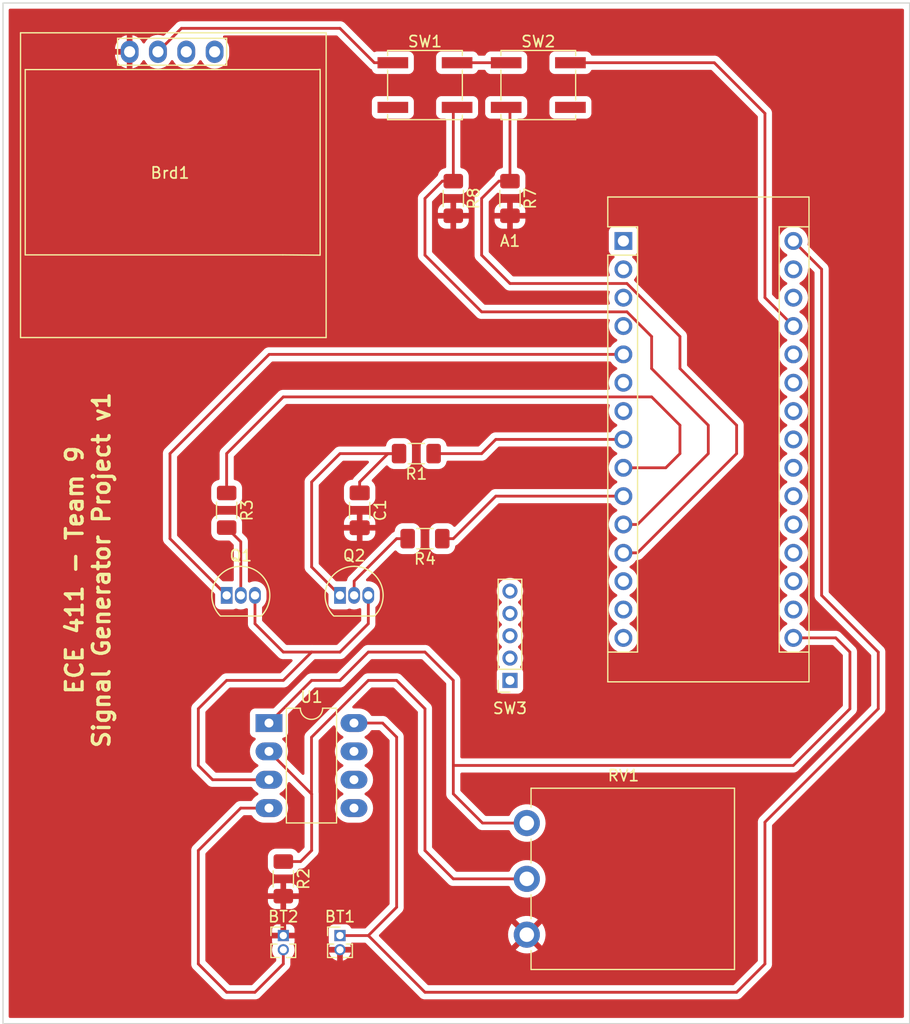
<source format=kicad_pcb>
(kicad_pcb (version 20211014) (generator pcbnew)
  (title_block (rev "1"))
  (layers (0 "F.Cu" signal) (31 "B.Cu" signal) (34 "B.Paste" user) (35 "F.Paste" user) (36 "B.SilkS" user "B.Silkscreen") (37 "F.SilkS" user "F.Silkscreen") (38 "B.Mask" user) (39 "F.Mask" user) (44 "Edge.Cuts" user))
  (net 0 "")
  (net 8 "Net-(A1-Pad5)")
  (net 10 "Net-(A1-Pad6)")
  (net 12 "Net-(A1-Pad7)")
  (net 14 "Net-(A1-Pad8)")
  (net 16 "Net-(A1-Pad9)")
  (net 18 "Net-(A1-Pad10)")
  (net 20 "Net-(A1-Pad11)")
  (net 21 "Net-(A1-Pad27)")
  (net 22 "Net-(A1-Pad12)")
  (net 24 "Net-(A1-Pad13)")
  (net 26 "Net-(A1-Pad14)")
  (net 27 "Net-(A1-Pad30)")
  (net 28 "Net-(A1-Pad15)")
  (net 29 "V_out")
  (net 30 "GND")
  (net 31 "Net-(BT2-Pad2)")
  (net 32 "Net-(C1-Pad1)")
  (net 33 "Net-(Q1-Pad2)")
  (net 34 "Net-(Q1-Pad3)")
  (net 35 "Net-(Q2-Pad2)")
  (net 36 "Net-(R2-Pad1)")
  (footprint "Capacitor_SMD:C_1206_3216Metric_Pad1.33x1.80mm_HandSolder" (layer "F.Cu") (at 133.575 96.25 -90)
    (fp_text reference "C1" (at 0 -1.85 90) (layer "F.SilkS"))
    (fp_text value "0.1uF")
    (fp_line (start -0.711252 0.91) (end 0.711252 0.91) (layer "F.SilkS") (width 0.12))
    (fp_line (start -0.711252 -0.91) (end 0.711252 -0.91) (layer "F.SilkS") (width 0.12))
    (pad "1" smd roundrect locked (at -1.5625 0 270) (size 1.325 1.8) (layers "F.Cu" "F.Paste" "F.Mask") (roundrect_rratio 0.188679) (net 32 "Net-(C1-Pad1)"))
    (pad "2" smd roundrect locked (at 1.5625 0 270) (size 1.325 1.8) (layers "F.Cu" "F.Paste" "F.Mask") (roundrect_rratio 0.188679) (net 30 "GND"))
  )
  (footprint "Module:Arduino_Nano" (layer "F.Cu") (at 157.22 72.12)
    (fp_text reference "A1" (at -10.16 0) (layer "F.SilkS"))
    (fp_text value "Arduino_Nano_v3.x")
    (fp_line (start 16.64 39.5) (end 16.64 -3.94) (layer "F.SilkS") (width 0.12))
    (fp_line (start 1.27 1.27) (end -1.4 1.27) (layer "F.SilkS") (width 0.12))
    (fp_line (start 13.97 -1.27) (end 16.64 -1.27) (layer "F.SilkS") (width 0.12))
    (fp_line (start -1.4 39.5) (end 16.64 39.5) (layer "F.SilkS") (width 0.12))
    (fp_line (start -1.4 1.27) (end -1.4 39.5) (layer "F.SilkS") (width 0.12))
    (fp_line (start 13.97 -1.27) (end 13.97 36.83) (layer "F.SilkS") (width 0.12))
    (fp_line (start 1.27 -1.27) (end -1.4 -1.27) (layer "F.SilkS") (width 0.12))
    (fp_line (start 1.27 1.27) (end 1.27 36.83) (layer "F.SilkS") (width 0.12))
    (fp_line (start 13.97 36.83) (end 16.64 36.83) (layer "F.SilkS") (width 0.12))
    (fp_line (start -1.4 -3.94) (end -1.4 -1.27) (layer "F.SilkS") (width 0.12))
    (fp_line (start 1.27 1.27) (end 1.27 -1.27) (layer "F.SilkS") (width 0.12))
    (fp_line (start 1.27 36.83) (end -1.4 36.83) (layer "F.SilkS") (width 0.12))
    (fp_line (start 16.64 -3.94) (end -1.4 -3.94) (layer "F.SilkS") (width 0.12))
    (pad "1" thru_hole rect locked (at 0 0) (size 1.6 1.6) (drill 1) (layers *.Cu *.Mask))
    (pad "2" thru_hole oval locked (at 0 2.54) (size 1.6 1.6) (drill 1) (layers *.Cu *.Mask))
    (pad "3" thru_hole oval locked (at 0 5.08) (size 1.6 1.6) (drill 1) (layers *.Cu *.Mask))
    (pad "4" thru_hole oval locked (at 0 7.62) (size 1.6 1.6) (drill 1) (layers *.Cu *.Mask))
    (pad "5" thru_hole oval locked (at 0 10.16) (size 1.6 1.6) (drill 1) (layers *.Cu *.Mask) (net 8 "Net-(A1-Pad5)"))
    (pad "6" thru_hole oval locked (at 0 12.7) (size 1.6 1.6) (drill 1) (layers *.Cu *.Mask) (net 10 "Net-(A1-Pad6)"))
    (pad "7" thru_hole oval locked (at 0 15.24) (size 1.6 1.6) (drill 1) (layers *.Cu *.Mask) (net 12 "Net-(A1-Pad7)"))
    (pad "8" thru_hole oval locked (at 0 17.78) (size 1.6 1.6) (drill 1) (layers *.Cu *.Mask) (net 14 "Net-(A1-Pad8)"))
    (pad "9" thru_hole oval locked (at 0 20.32) (size 1.6 1.6) (drill 1) (layers *.Cu *.Mask) (net 16 "Net-(A1-Pad9)"))
    (pad "10" thru_hole oval locked (at 0 22.86) (size 1.6 1.6) (drill 1) (layers *.Cu *.Mask) (net 18 "Net-(A1-Pad10)"))
    (pad "11" thru_hole oval locked (at 0 25.4) (size 1.6 1.6) (drill 1) (layers *.Cu *.Mask) (net 20 "Net-(A1-Pad11)"))
    (pad "12" thru_hole oval locked (at 0 27.94) (size 1.6 1.6) (drill 1) (layers *.Cu *.Mask) (net 22 "Net-(A1-Pad12)"))
    (pad "13" thru_hole oval locked (at 0 30.48) (size 1.6 1.6) (drill 1) (layers *.Cu *.Mask) (net 24 "Net-(A1-Pad13)"))
    (pad "14" thru_hole oval locked (at 0 33.02) (size 1.6 1.6) (drill 1) (layers *.Cu *.Mask) (net 26 "Net-(A1-Pad14)"))
    (pad "15" thru_hole oval locked (at 0 35.56) (size 1.6 1.6) (drill 1) (layers *.Cu *.Mask) (net 28 "Net-(A1-Pad15)"))
    (pad "16" thru_hole oval locked (at 15.24 35.56) (size 1.6 1.6) (drill 1) (layers *.Cu *.Mask) (net 29 "V_out"))
    (pad "17" thru_hole oval locked (at 15.24 33.02) (size 1.6 1.6) (drill 1) (layers *.Cu *.Mask))
    (pad "18" thru_hole oval locked (at 15.24 30.48) (size 1.6 1.6) (drill 1) (layers *.Cu *.Mask))
    (pad "19" thru_hole oval locked (at 15.24 27.94) (size 1.6 1.6) (drill 1) (layers *.Cu *.Mask))
    (pad "20" thru_hole oval locked (at 15.24 25.4) (size 1.6 1.6) (drill 1) (layers *.Cu *.Mask))
    (pad "21" thru_hole oval locked (at 15.24 22.86) (size 1.6 1.6) (drill 1) (layers *.Cu *.Mask))
    (pad "22" thru_hole oval locked (at 15.24 20.32) (size 1.6 1.6) (drill 1) (layers *.Cu *.Mask))
    (pad "23" thru_hole oval locked (at 15.24 17.78) (size 1.6 1.6) (drill 1) (layers *.Cu *.Mask))
    (pad "24" thru_hole oval locked (at 15.24 15.24) (size 1.6 1.6) (drill 1) (layers *.Cu *.Mask))
    (pad "25" thru_hole oval locked (at 15.24 12.7) (size 1.6 1.6) (drill 1) (layers *.Cu *.Mask))
    (pad "26" thru_hole oval locked (at 15.24 10.16) (size 1.6 1.6) (drill 1) (layers *.Cu *.Mask))
    (pad "27" thru_hole oval locked (at 15.24 7.62) (size 1.6 1.6) (drill 1) (layers *.Cu *.Mask) (net 21 "Net-(A1-Pad27)"))
    (pad "28" thru_hole oval locked (at 15.24 5.08) (size 1.6 1.6) (drill 1) (layers *.Cu *.Mask))
    (pad "29" thru_hole oval locked (at 15.24 2.54) (size 1.6 1.6) (drill 1) (layers *.Cu *.Mask))
    (pad "30" thru_hole oval locked (at 15.24 0) (size 1.6 1.6) (drill 1) (layers *.Cu *.Mask) (net 27 "Net-(A1-Pad30)"))
  )
  (footprint "Resistor_SMD:R_1206_3216Metric_Pad1.30x1.75mm_HandSolder" (layer "F.Cu") (at 138.655 91.17 180)
    (fp_text reference "R1" (at 0 -1.82) (layer "F.SilkS"))
    (fp_text value "5.6k")
    (fp_line (start -0.727064 -0.91) (end 0.727064 -0.91) (layer "F.SilkS") (width 0.12))
    (fp_line (start -0.727064 0.91) (end 0.727064 0.91) (layer "F.SilkS") (width 0.12))
    (pad "1" smd roundrect locked (at -1.55 0 180) (size 1.3 1.75) (layers "F.Cu" "F.Paste" "F.Mask") (roundrect_rratio 0.192308) (net 14 "Net-(A1-Pad8)"))
    (pad "2" smd roundrect locked (at 1.55 0 180) (size 1.3 1.75) (layers "F.Cu" "F.Paste" "F.Mask") (roundrect_rratio 0.192308) (net 32 "Net-(C1-Pad1)"))
  )
  (footprint "Connector_PinHeader_1.27mm:PinHeader_1x02_P1.27mm_Vertical" (layer "F.Cu") (at 131.81 134.35)
    (fp_text reference "BT1" (at 0 -1.695) (layer "F.SilkS"))
    (fp_text value "9V")
    (fp_line (start -1.11 0.76) (end -0.563471 0.76) (layer "F.SilkS") (width 0.12))
    (fp_line (start -1.11 1.965) (end -0.30753 1.965) (layer "F.SilkS") (width 0.12))
    (fp_line (start 0.30753 1.965) (end 1.11 1.965) (layer "F.SilkS") (width 0.12))
    (fp_line (start -1.11 0.76) (end -1.11 1.965) (layer "F.SilkS") (width 0.12))
    (fp_line (start -1.11 0) (end -1.11 -0.76) (layer "F.SilkS") (width 0.12))
    (fp_line (start -1.11 -0.76) (end 0 -0.76) (layer "F.SilkS") (width 0.12))
    (fp_line (start 0.563471 0.76) (end 1.11 0.76) (layer "F.SilkS") (width 0.12))
    (fp_line (start 1.11 0.76) (end 1.11 1.965) (layer "F.SilkS") (width 0.12))
    (pad "1" thru_hole rect locked (at 0 0) (size 1 1) (drill 0.65) (layers *.Cu *.Mask) (net 27 "Net-(A1-Pad30)"))
    (pad "2" thru_hole oval locked (at 0 1.27) (size 1 1) (drill 0.65) (layers *.Cu *.Mask) (net 30 "GND"))
  )
  (footprint "Button_Switch_SMD:SW_SPST_EVQP0" (layer "F.Cu") (at 139.43 58.15)
    (fp_text reference "SW1" (at 0 -3.9) (layer "F.SilkS"))
    (fp_text value "SW_Push")
    (fp_line (start -3.35 -3.1) (end 3.35 -3.1) (layer "F.SilkS") (width 0.12))
    (fp_line (start 3.35 -1.35) (end 3.35 1.35) (layer "F.SilkS") (width 0.12))
    (fp_line (start -3.35 -2.65) (end -3.35 -3.1) (layer "F.SilkS") (width 0.12))
    (fp_line (start -3.35 3.1) (end 3.35 3.1) (layer "F.SilkS") (width 0.12))
    (fp_line (start -3.35 2.65) (end -3.35 3.1) (layer "F.SilkS") (width 0.12))
    (fp_line (start 3.35 3.1) (end 3.35 2.7) (layer "F.SilkS") (width 0.12))
    (fp_line (start -3.35 1.35) (end -3.35 -1.35) (layer "F.SilkS") (width 0.12))
    (fp_line (start 3.35 -3.1) (end 3.35 -2.65) (layer "F.SilkS") (width 0.12))
    (pad "1" smd rect locked (at -2.88 -2) (size 2.75 1) (layers "F.Cu" "F.Paste" "F.Mask") (net 21 "Net-(A1-Pad27)"))
    (pad "1" smd rect locked (at 2.88 -2) (size 2.75 1) (layers "F.Cu" "F.Paste" "F.Mask") (net 21 "Net-(A1-Pad27)"))
    (pad "2" smd rect locked (at 2.88 2) (size 2.75 1) (layers "F.Cu" "F.Paste" "F.Mask") (net 20 "Net-(A1-Pad11)"))
    (pad "2" smd rect locked (at -2.88 2) (size 2.75 1) (layers "F.Cu" "F.Paste" "F.Mask") (net 20 "Net-(A1-Pad11)"))
  )
  (footprint "Package_TO_SOT_THT:TO-92_Inline" (layer "F.Cu") (at 121.65 103.87)
    (fp_text reference "Q1" (at 1.27 -3.56) (layer "F.SilkS"))
    (fp_text value "BS170")
    (fp_line (start -0.53 1.85) (end 3.07 1.85) (layer "F.SilkS") (width 0.12))
    (fp_arc (start -0.568478 1.838478) (mid -1.132087 -0.994977) (end 1.27 -2.6) (layer "F.SilkS") (width 0.12))
    (fp_arc (start 1.27 -2.6) (mid 3.672087 -0.994977) (end 3.108478 1.838478) (layer "F.SilkS") (width 0.12))
    (pad "1" thru_hole rect locked (at 0 0) (size 1.05 1.5) (drill 0.75) (layers *.Cu *.Mask) (net 8 "Net-(A1-Pad5)"))
    (pad "2" thru_hole oval locked (at 1.27 0) (size 1.05 1.5) (drill 0.75) (layers *.Cu *.Mask) (net 33 "Net-(Q1-Pad2)"))
    (pad "3" thru_hole oval locked (at 2.54 0) (size 1.05 1.5) (drill 0.75) (layers *.Cu *.Mask) (net 34 "Net-(Q1-Pad3)"))
  )
  (footprint "Connector_PinHeader_1.27mm:PinHeader_1x02_P1.27mm_Vertical" (layer "F.Cu") (at 126.73 134.35)
    (fp_text reference "BT2" (at 0 -1.695) (layer "F.SilkS"))
    (fp_text value "9V")
    (fp_line (start -1.11 -0.76) (end 0 -0.76) (layer "F.SilkS") (width 0.12))
    (fp_line (start 0.30753 1.965) (end 1.11 1.965) (layer "F.SilkS") (width 0.12))
    (fp_line (start -1.11 0) (end -1.11 -0.76) (layer "F.SilkS") (width 0.12))
    (fp_line (start 0.563471 0.76) (end 1.11 0.76) (layer "F.SilkS") (width 0.12))
    (fp_line (start -1.11 1.965) (end -0.30753 1.965) (layer "F.SilkS") (width 0.12))
    (fp_line (start -1.11 0.76) (end -1.11 1.965) (layer "F.SilkS") (width 0.12))
    (fp_line (start 1.11 0.76) (end 1.11 1.965) (layer "F.SilkS") (width 0.12))
    (fp_line (start -1.11 0.76) (end -0.563471 0.76) (layer "F.SilkS") (width 0.12))
    (pad "1" thru_hole rect locked (at 0 0) (size 1 1) (drill 0.65) (layers *.Cu *.Mask) (net 30 "GND"))
    (pad "2" thru_hole oval locked (at 0 1.27) (size 1 1) (drill 0.65) (layers *.Cu *.Mask) (net 31 "Net-(BT2-Pad2)"))
  )
  (footprint "Button_Switch_SMD:SW_SPST_EVQP0" (layer "F.Cu") (at 149.59 58.15)
    (fp_text reference "SW2" (at 0 -3.9) (layer "F.SilkS"))
    (fp_text value "SW_Push")
    (fp_line (start 3.35 -1.35) (end 3.35 1.35) (layer "F.SilkS") (width 0.12))
    (fp_line (start -3.35 2.65) (end -3.35 3.1) (layer "F.SilkS") (width 0.12))
    (fp_line (start -3.35 -3.1) (end 3.35 -3.1) (layer "F.SilkS") (width 0.12))
    (fp_line (start 3.35 3.1) (end 3.35 2.7) (layer "F.SilkS") (width 0.12))
    (fp_line (start 3.35 -3.1) (end 3.35 -2.65) (layer "F.SilkS") (width 0.12))
    (fp_line (start -3.35 1.35) (end -3.35 -1.35) (layer "F.SilkS") (width 0.12))
    (fp_line (start -3.35 -2.65) (end -3.35 -3.1) (layer "F.SilkS") (width 0.12))
    (fp_line (start -3.35 3.1) (end 3.35 3.1) (layer "F.SilkS") (width 0.12))
    (pad "1" smd rect locked (at 2.88 -2) (size 2.75 1) (layers "F.Cu" "F.Paste" "F.Mask") (net 21 "Net-(A1-Pad27)"))
    (pad "1" smd rect locked (at -2.88 -2) (size 2.75 1) (layers "F.Cu" "F.Paste" "F.Mask") (net 21 "Net-(A1-Pad27)"))
    (pad "2" smd rect locked (at -2.88 2) (size 2.75 1) (layers "F.Cu" "F.Paste" "F.Mask") (net 22 "Net-(A1-Pad12)"))
    (pad "2" smd rect locked (at 2.88 2) (size 2.75 1) (layers "F.Cu" "F.Paste" "F.Mask") (net 22 "Net-(A1-Pad12)"))
  )
  (footprint "SSD1306:128x64OLED" (layer "F.Cu") (at 116.57 65.77)
    (fp_text reference "Brd1" (at 0 0.254) (layer "F.SilkS"))
    (fp_text value "SSD1306")
    (fp_line (start -12.978 7.595) (end -12.978 -9.005) (layer "F.SilkS") (width 0.12))
    (fp_line (start -4.699 -11.811) (end 5.08 -11.811) (layer "F.SilkS") (width 0.12))
    (fp_line (start -13.4 -12.3) (end 14 -12.3) (layer "F.SilkS") (width 0.12))
    (fp_line (start -13.4 15) (end -13.4 -12.3) (layer "F.SilkS") (width 0.12))
    (fp_line (start 10.122 7.595) (end 13.462 7.62) (layer "F.SilkS") (width 0.12))
    (fp_line (start 10.122 -9.005) (end 13.208 -9.005) (layer "F.SilkS") (width 0.12))
    (fp_line (start 13.462 7.62) (end 13.462 -9.017) (layer "F.SilkS") (width 0.12))
    (fp_line (start 10.122 7.595) (end -12.978 7.595) (layer "F.SilkS") (width 0.12))
    (fp_line (start 5.08 -9.398) (end -4.699 -9.398) (layer "F.SilkS") (width 0.12))
    (fp_line (start 13.462 -9.017) (end 13.208 -9.005) (layer "F.SilkS") (width 0.12))
    (fp_line (start 5.08 -11.811) (end 5.08 -9.398) (layer "F.SilkS") (width 0.12))
    (fp_line (start 14 15) (end -13.4 15) (layer "F.SilkS") (width 0.12))
    (fp_line (start 14 -12.3) (end 14 15) (layer "F.SilkS") (width 0.12))
    (fp_line (start -4.699 -11.811) (end -4.699 -9.398) (layer "F.SilkS") (width 0.12))
    (fp_line (start -12.978 -9.005) (end 10.122 -9.005) (layer "F.SilkS") (width 0.12))
    (pad "1" thru_hole oval locked (at -3.62 -10.6 90) (size 2 1.6) (drill 1) (layers *.Cu *.Mask) (net 30 "GND"))
    (pad "2" thru_hole oval locked (at -1.08 -10.6 90) (size 2 1.6) (drill 1) (layers *.Cu *.Mask) (net 21 "Net-(A1-Pad27)"))
    (pad "3" thru_hole oval locked (at 1.46 -10.6 90) (size 2 1.6) (drill 1) (layers *.Cu *.Mask) (net 10 "Net-(A1-Pad6)"))
    (pad "4" thru_hole oval locked (at 4 -10.6 90) (size 2 1.6) (drill 1) (layers *.Cu *.Mask) (net 12 "Net-(A1-Pad7)"))
  )
  (footprint "Package_DIP:DIP-8_W7.62mm_LongPads" (layer "F.Cu") (at 125.445 115.31)
    (fp_text reference "U1" (at 3.81 -2.33) (layer "F.SilkS"))
    (fp_text value "LM358")
    (fp_line (start 2.81 -1.33) (end 1.56 -1.33) (layer "F.SilkS") (width 0.12))
    (fp_line (start 1.56 8.95) (end 6.06 8.95) (layer "F.SilkS") (width 0.12))
    (fp_line (start 6.06 8.95) (end 6.06 -1.33) (layer "F.SilkS") (width 0.12))
    (fp_line (start 6.06 -1.33) (end 4.81 -1.33) (layer "F.SilkS") (width 0.12))
    (fp_line (start 1.56 -1.33) (end 1.56 8.95) (layer "F.SilkS") (width 0.12))
    (fp_arc (start 4.81 -1.33) (mid 3.81 -0.33) (end 2.81 -1.33) (layer "F.SilkS") (width 0.12))
    (pad "1" thru_hole rect locked (at 0 0) (size 2.4 1.6) (drill 0.8) (layers *.Cu *.Mask) (net 29 "V_out"))
    (pad "2" thru_hole oval locked (at 0 2.54) (size 2.4 1.6) (drill 0.8) (layers *.Cu *.Mask) (net 36 "Net-(R2-Pad1)"))
    (pad "3" thru_hole oval locked (at 0 5.08) (size 2.4 1.6) (drill 0.8) (layers *.Cu *.Mask) (net 34 "Net-(Q1-Pad3)"))
    (pad "4" thru_hole oval locked (at 0 7.62) (size 2.4 1.6) (drill 0.8) (layers *.Cu *.Mask) (net 31 "Net-(BT2-Pad2)"))
    (pad "5" thru_hole oval locked (at 7.62 7.62) (size 2.4 1.6) (drill 0.8) (layers *.Cu *.Mask))
    (pad "6" thru_hole oval locked (at 7.62 5.08) (size 2.4 1.6) (drill 0.8) (layers *.Cu *.Mask))
    (pad "7" thru_hole oval locked (at 7.62 2.54) (size 2.4 1.6) (drill 0.8) (layers *.Cu *.Mask))
    (pad "8" thru_hole oval locked (at 7.62 0) (size 2.4 1.6) (drill 0.8) (layers *.Cu *.Mask) (net 27 "Net-(A1-Pad30)"))
  )
  (footprint "Potentiometer_THT:Potentiometer_Piher_PC-16_Single_Vertical" (layer "F.Cu") (at 148.56 134.27)
    (fp_text reference "RV1" (at 8.665 -14.25) (layer "F.SilkS"))
    (fp_text value "100k")
    (fp_line (start 0.38 -8.574) (end 0.38 -6.425) (layer "F.SilkS") (width 0.12))
    (fp_line (start 0.38 -13.12) (end 18.62 -13.12) (layer "F.SilkS") (width 0.12))
    (fp_line (start 0.38 -13.12) (end 0.38 -11.426) (layer "F.SilkS") (width 0.12))
    (fp_line (start 0.38 1.425) (end 0.38 3.12) (layer "F.SilkS") (width 0.12))
    (fp_line (start 18.62 -13.12) (end 18.62 3.12) (layer "F.SilkS") (width 0.12))
    (fp_line (start 0.38 -3.575) (end 0.38 -1.425) (layer "F.SilkS") (width 0.12))
    (fp_line (start 0.38 3.12) (end 18.62 3.12) (layer "F.SilkS") (width 0.12))
    (pad "1" thru_hole circle locked (at 0 0) (size 2.34 2.34) (drill 1.3) (layers *.Cu *.Mask) (net 30 "GND"))
    (pad "2" thru_hole circle locked (at 0 -5) (size 2.34 2.34) (drill 1.3) (layers *.Cu *.Mask) (net 36 "Net-(R2-Pad1)"))
    (pad "3" thru_hole circle locked (at 0 -10) (size 2.34 2.34) (drill 1.3) (layers *.Cu *.Mask) (net 29 "V_out"))
  )
  (footprint "Connector_PinSocket_2.00mm:PinSocket_1x05_P2.00mm_Vertical" (layer "F.Cu") (at 147.05 111.49 180)
    (fp_text reference "SW3" (at 0 -2.5) (layer "F.SilkS"))
    (fp_text value "KY-040")
    (fp_line (start -1.06 1) (end 1.06 1) (layer "F.SilkS") (width 0.12))
    (fp_line (start 1.06 1) (end 1.06 9.06) (layer "F.SilkS") (width 0.12))
    (fp_line (start -1.06 1) (end -1.06 9.06) (layer "F.SilkS") (width 0.12))
    (fp_line (start 1.06 -1.06) (end 1.06 0) (layer "F.SilkS") (width 0.12))
    (fp_line (start 0 -1.06) (end 1.06 -1.06) (layer "F.SilkS") (width 0.12))
    (fp_line (start -1.06 9.06) (end 1.06 9.06) (layer "F.SilkS") (width 0.12))
    (pad "1" thru_hole rect locked (at 0 0 180) (size 1.35 1.35) (drill 0.8) (layers *.Cu *.Mask))
    (pad "2" thru_hole oval locked (at 0 2 180) (size 1.35 1.35) (drill 0.8) (layers *.Cu *.Mask))
    (pad "3" thru_hole oval locked (at 0 4 180) (size 1.35 1.35) (drill 0.8) (layers *.Cu *.Mask))
    (pad "4" thru_hole oval locked (at 0 6 180) (size 1.35 1.35) (drill 0.8) (layers *.Cu *.Mask))
    (pad "5" thru_hole oval locked (at 0 8 180) (size 1.35 1.35) (drill 0.8) (layers *.Cu *.Mask))
  )
  (footprint "Package_TO_SOT_THT:TO-92_Inline" (layer "F.Cu") (at 131.81 103.87)
    (fp_text reference "Q2" (at 1.27 -3.56) (layer "F.SilkS"))
    (fp_text value "BS170")
    (fp_line (start -0.53 1.85) (end 3.07 1.85) (layer "F.SilkS") (width 0.12))
    (fp_arc (start -0.568478 1.838478) (mid -1.132087 -0.994977) (end 1.27 -2.6) (layer "F.SilkS") (width 0.12))
    (fp_arc (start 1.27 -2.6) (mid 3.672087 -0.994977) (end 3.108478 1.838478) (layer "F.SilkS") (width 0.12))
    (pad "1" thru_hole rect locked (at 0 0) (size 1.05 1.5) (drill 0.75) (layers *.Cu *.Mask) (net 32 "Net-(C1-Pad1)"))
    (pad "2" thru_hole oval locked (at 1.27 0) (size 1.05 1.5) (drill 0.75) (layers *.Cu *.Mask) (net 35 "Net-(Q2-Pad2)"))
    (pad "3" thru_hole oval locked (at 2.54 0) (size 1.05 1.5) (drill 0.75) (layers *.Cu *.Mask) (net 34 "Net-(Q1-Pad3)"))
  )
  (footprint "Resistor_SMD:R_1206_3216Metric_Pad1.30x1.75mm_HandSolder" (layer "F.Cu") (at 121.65 96.25 -90)
    (fp_text reference "R3" (at 0 -1.82 90) (layer "F.SilkS"))
    (fp_text value "100")
    (fp_line (start -0.727064 -0.91) (end 0.727064 -0.91) (layer "F.SilkS") (width 0.12))
    (fp_line (start -0.727064 0.91) (end 0.727064 0.91) (layer "F.SilkS") (width 0.12))
    (pad "1" smd roundrect locked (at -1.55 0 270) (size 1.3 1.75) (layers "F.Cu" "F.Paste" "F.Mask") (roundrect_rratio 0.192308) (net 16 "Net-(A1-Pad9)"))
    (pad "2" smd roundrect locked (at 1.55 0 270) (size 1.3 1.75) (layers "F.Cu" "F.Paste" "F.Mask") (roundrect_rratio 0.192308) (net 33 "Net-(Q1-Pad2)"))
  )
  (footprint "Resistor_SMD:R_1206_3216Metric_Pad1.30x1.75mm_HandSolder" (layer "F.Cu") (at 126.73 129.27 -90)
    (fp_text reference "R2" (at 0 -1.82 90) (layer "F.SilkS"))
    (fp_text value "10k")
    (fp_line (start -0.727064 0.91) (end 0.727064 0.91) (layer "F.SilkS") (width 0.12))
    (fp_line (start -0.727064 -0.91) (end 0.727064 -0.91) (layer "F.SilkS") (width 0.12))
    (pad "1" smd roundrect locked (at -1.55 0 270) (size 1.3 1.75) (layers "F.Cu" "F.Paste" "F.Mask") (roundrect_rratio 0.192308) (net 36 "Net-(R2-Pad1)"))
    (pad "2" smd roundrect locked (at 1.55 0 270) (size 1.3 1.75) (layers "F.Cu" "F.Paste" "F.Mask") (roundrect_rratio 0.192308) (net 30 "GND"))
  )
  (footprint "Resistor_SMD:R_1206_3216Metric_Pad1.30x1.75mm_HandSolder" (layer "F.Cu") (at 141.97 68.31 -90)
    (fp_text reference "R8" (at 0 -1.82 90) (layer "F.SilkS"))
    (fp_text value "10k")
    (fp_line (start -0.727064 -0.91) (end 0.727064 -0.91) (layer "F.SilkS") (width 0.12))
    (fp_line (start -0.727064 0.91) (end 0.727064 0.91) (layer "F.SilkS") (width 0.12))
    (pad "1" smd roundrect locked (at -1.55 0 270) (size 1.3 1.75) (layers "F.Cu" "F.Paste" "F.Mask") (roundrect_rratio 0.192308) (net 20 "Net-(A1-Pad11)"))
    (pad "2" smd roundrect locked (at 1.55 0 270) (size 1.3 1.75) (layers "F.Cu" "F.Paste" "F.Mask") (roundrect_rratio 0.192308) (net 30 "GND"))
  )
  (footprint "Resistor_SMD:R_1206_3216Metric_Pad1.30x1.75mm_HandSolder" (layer "F.Cu") (at 139.43 98.79 180)
    (fp_text reference "R4" (at 0 -1.82) (layer "F.SilkS"))
    (fp_text value "100")
    (fp_line (start -0.727064 0.91) (end 0.727064 0.91) (layer "F.SilkS") (width 0.12))
    (fp_line (start -0.727064 -0.91) (end 0.727064 -0.91) (layer "F.SilkS") (width 0.12))
    (pad "1" smd roundrect locked (at -1.55 0 180) (size 1.3 1.75) (layers "F.Cu" "F.Paste" "F.Mask") (roundrect_rratio 0.192308) (net 18 "Net-(A1-Pad10)"))
    (pad "2" smd roundrect locked (at 1.55 0 180) (size 1.3 1.75) (layers "F.Cu" "F.Paste" "F.Mask") (roundrect_rratio 0.192308) (net 35 "Net-(Q2-Pad2)"))
  )
  (footprint "Resistor_SMD:R_1206_3216Metric_Pad1.30x1.75mm_HandSolder" (layer "F.Cu") (at 147.05 68.31 -90)
    (fp_text reference "R7" (at 0 -1.82 90) (layer "F.SilkS"))
    (fp_text value "10k")
    (fp_line (start -0.727064 0.91) (end 0.727064 0.91) (layer "F.SilkS") (width 0.12))
    (fp_line (start -0.727064 -0.91) (end 0.727064 -0.91) (layer "F.SilkS") (width 0.12))
    (pad "1" smd roundrect locked (at -1.55 0 270) (size 1.3 1.75) (layers "F.Cu" "F.Paste" "F.Mask") (roundrect_rratio 0.192308) (net 22 "Net-(A1-Pad12)"))
    (pad "2" smd roundrect locked (at 1.55 0 270) (size 1.3 1.75) (layers "F.Cu" "F.Paste" "F.Mask") (roundrect_rratio 0.192308) (net 30 "GND"))
  )
  (gr_line (start 182.88 50.8) (end 182.88 142.24) (layer "Edge.Cuts") (width 0.1))
  (gr_line (start 101.6 142.24) (end 101.6 50.8) (layer "Edge.Cuts") (width 0.1))
  (gr_line (start 182.88 142.24) (end 101.6 142.24) (layer "Edge.Cuts") (width 0.1))
  (gr_line (start 101.6 50.8) (end 182.88 50.8) (layer "Edge.Cuts") (width 0.1))
  (gr_text "ECE 411 - Team 9\nSignal Generator Project v1" (at 109.22 101.6 90) (layer "F.SilkS") (effects (font (size 1.5 1.5) (thickness 0.3))))
  (segment (start 125.46 82.28) (end 157.22 82.28) (width 0.25) (layer "F.Cu") (net 8))
  (segment (start 116.57 91.17) (end 125.46 82.28) (width 0.25) (layer "F.Cu") (net 8))
  (segment (start 116.57 98.79) (end 116.57 91.17) (width 0.25) (layer "F.Cu") (net 8))
  (segment (start 121.65 103.87) (end 116.57 98.79) (width 0.25) (layer "F.Cu") (net 8))
  (segment (start 157.22 89.9) (end 145.78 89.9) (width 0.25) (layer "F.Cu") (net 14))
  (segment (start 144.51 91.17) (end 140.205 91.17) (width 0.25) (layer "F.Cu") (net 14))
  (segment (start 145.78 89.9) (end 144.51 91.17) (width 0.25) (layer "F.Cu") (net 14))
  (segment (start 121.65 91.17) (end 121.65 94.7) (width 0.25) (layer "F.Cu") (net 16))
  (segment (start 159.75 86.09) (end 126.73 86.09) (width 0.25) (layer "F.Cu") (net 16))
  (segment (start 162.29 91.17) (end 162.29 88.63) (width 0.25) (layer "F.Cu") (net 16))
  (segment (start 126.73 86.09) (end 121.65 91.17) (width 0.25) (layer "F.Cu") (net 16))
  (segment (start 157.22 92.44) (end 161.02 92.44) (width 0.25) (layer "F.Cu") (net 16))
  (segment (start 162.29 88.63) (end 159.75 86.09) (width 0.25) (layer "F.Cu") (net 16))
  (segment (start 161.02 92.44) (end 162.29 91.17) (width 0.25) (layer "F.Cu") (net 16))
  (segment (start 145.78 94.98) (end 157.22 94.98) (width 0.25) (layer "F.Cu") (net 18))
  (segment (start 140.98 98.79) (end 141.97 98.79) (width 0.25) (layer "F.Cu") (net 18))
  (segment (start 141.97 98.79) (end 145.78 94.98) (width 0.25) (layer "F.Cu") (net 18))
  (segment (start 139.43 68.31) (end 140.98 66.76) (width 0.25) (layer "F.Cu") (net 20))
  (segment (start 139.43 73.39) (end 139.43 68.31) (width 0.25) (layer "F.Cu") (net 20))
  (segment (start 140.98 66.76) (end 141.97 66.76) (width 0.25) (layer "F.Cu") (net 20))
  (segment (start 144.51 78.47) (end 139.43 73.39) (width 0.25) (layer "F.Cu") (net 20))
  (segment (start 164.83 88.63) (end 159.75 83.55) (width 0.25) (layer "F.Cu") (net 20))
  (segment (start 141.97 66.76) (end 141.97 60.49) (width 0.25) (layer "F.Cu") (net 20))
  (segment (start 157.5403 78.47) (end 144.51 78.47) (width 0.25) (layer "F.Cu") (net 20))
  (segment (start 164.83 91.17) (end 164.83 88.63) (width 0.25) (layer "F.Cu") (net 20))
  (segment (start 159.75 83.55) (end 159.75 80.6797) (width 0.25) (layer "F.Cu") (net 20))
  (segment (start 141.97 60.49) (end 142.31 60.15) (width 0.25) (layer "F.Cu") (net 20))
  (segment (start 157.22 97.52) (end 158.48 97.52) (width 0.25) (layer "F.Cu") (net 20))
  (segment (start 158.48 97.52) (end 164.83 91.17) (width 0.25) (layer "F.Cu") (net 20))
  (segment (start 159.75 80.6797) (end 157.5403 78.47) (width 0.25) (layer "F.Cu") (net 20))
  (segment (start 117.59 53.07) (end 115.49 55.17) (width 0.25) (layer "F.Cu") (net 21))
  (segment (start 142.31 56.15) (end 146.71 56.15) (width 0.25) (layer "F.Cu") (net 21))
  (segment (start 169.91 60.69) (end 169.91 77.19) (width 0.25) (layer "F.Cu") (net 21))
  (segment (start 165.37 56.15) (end 152.47 56.15) (width 0.25) (layer "F.Cu") (net 21))
  (segment (start 169.91 60.69) (end 165.37 56.15) (width 0.25) (layer "F.Cu") (net 21))
  (segment (start 169.91 77.19) (end 172.46 79.74) (width 0.25) (layer "F.Cu") (net 21))
  (segment (start 134.89 56.15) (end 131.81 53.07) (width 0.25) (layer "F.Cu") (net 21))
  (segment (start 136.55 56.15) (end 134.89 56.15) (width 0.25) (layer "F.Cu") (net 21))
  (segment (start 131.81 53.07) (end 117.59 53.07) (width 0.25) (layer "F.Cu") (net 21))
  (segment (start 162.29 83.55) (end 162.29 80.6797) (width 0.25) (layer "F.Cu") (net 22))
  (segment (start 167.37 91.17) (end 167.37 88.63) (width 0.25) (layer "F.Cu") (net 22))
  (segment (start 147.05 75.93) (end 144.51 73.39) (width 0.25) (layer "F.Cu") (net 22))
  (segment (start 157.22 100.06) (end 158.48 100.06) (width 0.25) (layer "F.Cu") (net 22))
  (segment (start 162.29 80.6797) (end 157.5403 75.93) (width 0.25) (layer "F.Cu") (net 22))
  (segment (start 144.51 68.31) (end 146.06 66.76) (width 0.25) (layer "F.Cu") (net 22))
  (segment (start 158.48 100.06) (end 167.37 91.17) (width 0.25) (layer "F.Cu") (net 22))
  (segment (start 147.05 66.76) (end 147.05 60.49) (width 0.25) (layer "F.Cu") (net 22))
  (segment (start 157.5403 75.93) (end 147.05 75.93) (width 0.25) (layer "F.Cu") (net 22))
  (segment (start 147.05 60.49) (end 146.71 60.15) (width 0.25) (layer "F.Cu") (net 22))
  (segment (start 144.51 73.39) (end 144.51 68.31) (width 0.25) (layer "F.Cu") (net 22))
  (segment (start 167.37 88.63) (end 162.29 83.55) (width 0.25) (layer "F.Cu") (net 22))
  (segment (start 146.06 66.76) (end 147.05 66.76) (width 0.25) (layer "F.Cu") (net 22))
  (segment (start 169.91 124.19) (end 180.07 114.03) (width 0.25) (layer "F.Cu") (net 27))
  (segment (start 136.89 131.81) (end 134.35 134.35) (width 0.25) (layer "F.Cu") (net 27))
  (segment (start 169.91 136.89) (end 169.91 124.19) (width 0.25) (layer "F.Cu") (net 27))
  (segment (start 167.37 139.43) (end 169.91 136.89) (width 0.25) (layer "F.Cu") (net 27))
  (segment (start 180.07 108.95) (end 174.99 103.87) (width 0.25) (layer "F.Cu") (net 27))
  (segment (start 139.43 139.43) (end 167.37 139.43) (width 0.25) (layer "F.Cu") (net 27))
  (segment (start 134.35 134.35) (end 139.43 139.43) (width 0.25) (layer "F.Cu") (net 27))
  (segment (start 180.07 114.03) (end 180.07 108.95) (width 0.25) (layer "F.Cu") (net 27))
  (segment (start 174.99 103.87) (end 174.99 74.65) (width 0.25) (layer "F.Cu") (net 27))
  (segment (start 136.89 116.57) (end 136.89 131.81) (width 0.25) (layer "F.Cu") (net 27))
  (segment (start 174.99 74.65) (end 172.46 72.12) (width 0.25) (layer "F.Cu") (net 27))
  (segment (start 133.065 115.31) (end 135.63 115.31) (width 0.25) (layer "F.Cu") (net 27))
  (segment (start 135.63 115.31) (end 136.89 116.57) (width 0.25) (layer "F.Cu") (net 27))
  (segment (start 134.35 134.35) (end 131.81 134.35) (width 0.25) (layer "F.Cu") (net 27))
  (segment (start 144.59 124.27) (end 148.56 124.27) (width 0.25) (layer "F.Cu") (net 29))
  (segment (start 177.53 108.95) (end 176.26 107.68) (width 0.25) (layer "F.Cu") (net 29))
  (segment (start 172.45 119.11) (end 177.53 114.03) (width 0.25) (layer "F.Cu") (net 29))
  (segment (start 177.53 114.03) (end 177.53 108.95) (width 0.25) (layer "F.Cu") (net 29))
  (segment (start 125.445 115.31) (end 125.45 115.31) (width 0.25) (layer "F.Cu") (net 29))
  (segment (start 139.43 108.95) (end 141.97 111.49) (width 0.25) (layer "F.Cu") (net 29))
  (segment (start 129.27 111.49) (end 131.81 111.49) (width 0.25) (layer "F.Cu") (net 29))
  (segment (start 141.97 119.11) (end 172.45 119.11) (width 0.25) (layer "F.Cu") (net 29))
  (segment (start 134.35 108.95) (end 139.43 108.95) (width 0.25) (layer "F.Cu") (net 29))
  (segment (start 141.97 121.65) (end 144.59 124.27) (width 0.25) (layer "F.Cu") (net 29))
  (segment (start 125.45 115.31) (end 129.27 111.49) (width 0.25) (layer "F.Cu") (net 29))
  (segment (start 176.26 107.68) (end 172.46 107.68) (width 0.25) (layer "F.Cu") (net 29))
  (segment (start 141.97 119.11) (end 141.97 121.65) (width 0.25) (layer "F.Cu") (net 29))
  (segment (start 141.97 111.49) (end 141.97 119.11) (width 0.25) (layer "F.Cu") (net 29))
  (segment (start 131.81 111.49) (end 134.35 108.95) (width 0.25) (layer "F.Cu") (net 29))
  (segment (start 126.73 136.89) (end 124.19 139.43) (width 0.25) (layer "F.Cu") (net 31))
  (segment (start 124.19 139.43) (end 121.65 139.43) (width 0.25) (layer "F.Cu") (net 31))
  (segment (start 122.91 122.93) (end 125.445 122.93) (width 0.25) (layer "F.Cu") (net 31))
  (segment (start 121.65 139.43) (end 119.11 136.89) (width 0.25) (layer "F.Cu") (net 31))
  (segment (start 126.73 135.62) (end 126.73 136.89) (width 0.25) (layer "F.Cu") (net 31))
  (segment (start 119.11 126.73) (end 122.91 122.93) (width 0.25) (layer "F.Cu") (net 31))
  (segment (start 119.11 136.89) (end 119.11 126.73) (width 0.25) (layer "F.Cu") (net 31))
  (segment (start 129.27 101.33) (end 131.81 103.87) (width 0.25) (layer "F.Cu") (net 32))
  (segment (start 131.81 91.17) (end 129.27 93.71) (width 0.25) (layer "F.Cu") (net 32))
  (segment (start 137.105 91.17) (end 136.115 91.17) (width 0.25) (layer "F.Cu") (net 32))
  (segment (start 133.575 93.71) (end 133.575 94.6875) (width 0.25) (layer "F.Cu") (net 32))
  (segment (start 129.27 93.71) (end 129.27 101.33) (width 0.25) (layer "F.Cu") (net 32))
  (segment (start 136.115 91.17) (end 133.575 93.71) (width 0.25) (layer "F.Cu") (net 32))
  (segment (start 137.105 91.17) (end 131.81 91.17) (width 0.25) (layer "F.Cu") (net 32))
  (segment (start 121.65 97.8) (end 122.92 99.07) (width 0.25) (layer "F.Cu") (net 33))
  (segment (start 122.92 99.07) (end 122.92 103.87) (width 0.25) (layer "F.Cu") (net 33))
  (segment (start 119.11 119.11) (end 120.39 120.39) (width 0.25) (layer "F.Cu") (net 34))
  (segment (start 126.73 108.95) (end 129.27 108.95) (width 0.25) (layer "F.Cu") (net 34))
  (segment (start 124.19 103.87) (end 124.19 106.41) (width 0.25) (layer "F.Cu") (net 34))
  (segment (start 120.39 120.39) (end 125.445 120.39) (width 0.25) (layer "F.Cu") (net 34))
  (segment (start 126.73 111.49) (end 121.65 111.49) (width 0.25) (layer "F.Cu") (net 34))
  (segment (start 131.81 108.95) (end 134.35 106.41) (width 0.25) (layer "F.Cu") (net 34))
  (segment (start 121.65 111.49) (end 119.11 114.03) (width 0.25) (layer "F.Cu") (net 34))
  (segment (start 129.27 108.95) (end 131.81 108.95) (width 0.25) (layer "F.Cu") (net 34))
  (segment (start 129.27 108.95) (end 126.73 111.49) (width 0.25) (layer "F.Cu") (net 34))
  (segment (start 119.11 114.03) (end 119.11 119.11) (width 0.25) (layer "F.Cu") (net 34))
  (segment (start 134.35 106.41) (end 134.35 103.87) (width 0.25) (layer "F.Cu") (net 34))
  (segment (start 124.19 106.41) (end 126.73 108.95) (width 0.25) (layer "F.Cu") (net 34))
  (segment (start 133.08 103.87) (end 133.08 102.6) (width 0.25) (layer "F.Cu") (net 35))
  (segment (start 136.89 98.79) (end 137.88 98.79) (width 0.25) (layer "F.Cu") (net 35))
  (segment (start 133.08 102.6) (end 136.89 98.79) (width 0.25) (layer "F.Cu") (net 35))
  (segment (start 139.43 126.73) (end 141.97 129.27) (width 0.25) (layer "F.Cu") (net 36))
  (segment (start 134.35 111.49) (end 136.89 111.49) (width 0.25) (layer "F.Cu") (net 36))
  (segment (start 128.28 127.72) (end 126.73 127.72) (width 0.25) (layer "F.Cu") (net 36))
  (segment (start 129.2575 121.6625) (end 129.27 121.675) (width 0.25) (layer "F.Cu") (net 36))
  (segment (start 139.43 114.03) (end 139.43 126.73) (width 0.25) (layer "F.Cu") (net 36))
  (segment (start 129.2575 116.5825) (end 134.35 111.49) (width 0.25) (layer "F.Cu") (net 36))
  (segment (start 129.27 121.675) (end 129.27 126.73) (width 0.25) (layer "F.Cu") (net 36))
  (segment (start 136.89 111.49) (end 139.43 114.03) (width 0.25) (layer "F.Cu") (net 36))
  (segment (start 141.97 129.27) (end 148.56 129.27) (width 0.25) (layer "F.Cu") (net 36))
  (segment (start 129.2575 121.6625) (end 129.2575 116.5825) (width 0.25) (layer "F.Cu") (net 36))
  (segment (start 129.27 126.73) (end 128.28 127.72) (width 0.25) (layer "F.Cu") (net 36))
  (segment (start 125.445 117.85) (end 129.2575 121.6625) (width 0.25) (layer "F.Cu") (net 36))
  (zone (net 30) (net_name "GND") (layer "F.Cu") (connect_pads (clearance 0.508)) (min_thickness 0.254) (fill yes (thermal_gap 0.508) (thermal_bridge_width 0.508))
    (polygon (pts (xy 182.61 141.97) (xy 101.33 141.97) (xy 101.33 50.53) (xy 182.61 50.53)))
  )
)
</source>
